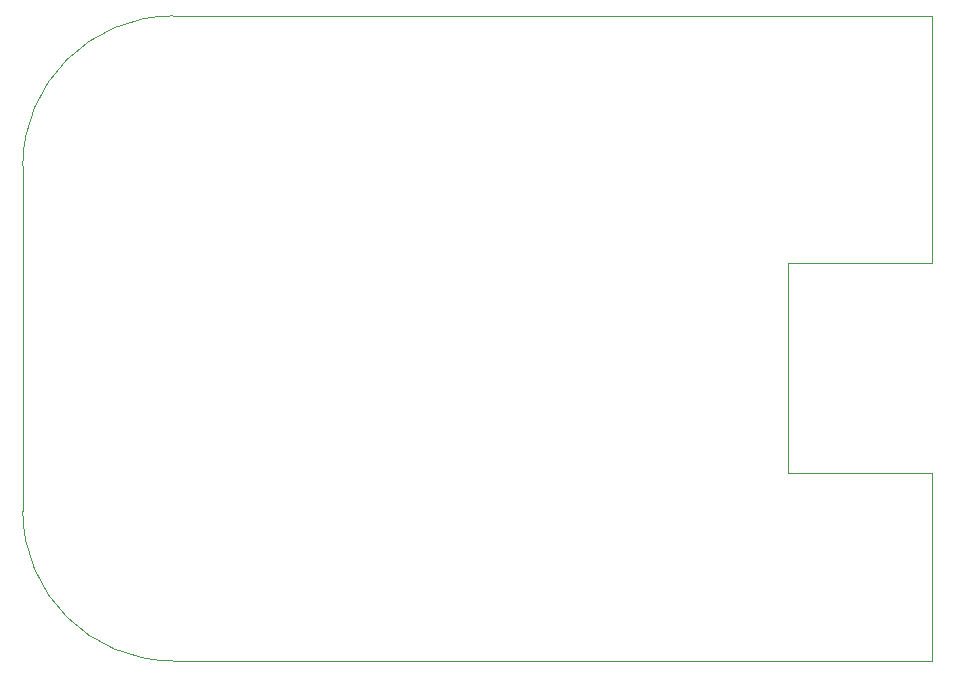
<source format=gm1>
G04 #@! TF.GenerationSoftware,KiCad,Pcbnew,6.0.11-2627ca5db0~126~ubuntu20.04.1*
G04 #@! TF.CreationDate,2023-02-26T18:19:29-08:00*
G04 #@! TF.ProjectId,stingray,7374696e-6772-4617-992e-6b696361645f,A1*
G04 #@! TF.SameCoordinates,Original*
G04 #@! TF.FileFunction,Profile,NP*
%FSLAX46Y46*%
G04 Gerber Fmt 4.6, Leading zero omitted, Abs format (unit mm)*
G04 Created by KiCad (PCBNEW 6.0.11-2627ca5db0~126~ubuntu20.04.1) date 2023-02-26 18:19:29*
%MOMM*%
%LPD*%
G01*
G04 APERTURE LIST*
G04 #@! TA.AperFunction,Profile*
%ADD10C,0.002540*%
G04 #@! TD*
G04 APERTURE END LIST*
D10*
X177000000Y-106035000D02*
X164770000Y-106035000D01*
X112700000Y-121910000D02*
X177000000Y-121910000D01*
X100000000Y-80000000D02*
X100000000Y-109210000D01*
X177000000Y-67300000D02*
X112700000Y-67300000D01*
X164770000Y-106035000D02*
X164770000Y-88255000D01*
X100000000Y-109210000D02*
G75*
G03*
X112700000Y-121910000I12700000J0D01*
G01*
X164770000Y-88255000D02*
X177000000Y-88255000D01*
X177000000Y-88255000D02*
X177000000Y-67300000D01*
X112700000Y-67300000D02*
G75*
G03*
X100000000Y-80000000I0J-12700000D01*
G01*
X177000000Y-121910000D02*
X177000000Y-106035000D01*
M02*

</source>
